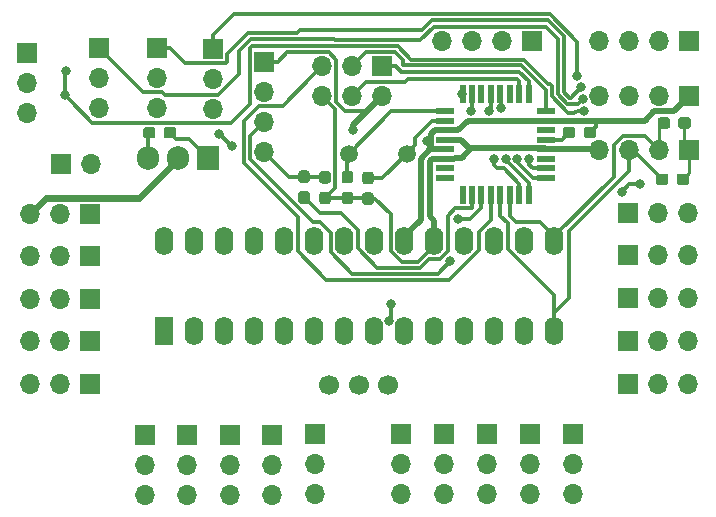
<source format=gbr>
G04 #@! TF.GenerationSoftware,KiCad,Pcbnew,5.0.1*
G04 #@! TF.CreationDate,2018-12-10T22:32:32+01:00*
G04 #@! TF.ProjectId,tamtam_board,74616D74616D5F626F6172642E6B6963,rev?*
G04 #@! TF.SameCoordinates,Original*
G04 #@! TF.FileFunction,Copper,L2,Bot,Signal*
G04 #@! TF.FilePolarity,Positive*
%FSLAX46Y46*%
G04 Gerber Fmt 4.6, Leading zero omitted, Abs format (unit mm)*
G04 Created by KiCad (PCBNEW 5.0.1) date dilluns, 10 de desembre de 2018, 22:32:32 CET*
%MOMM*%
%LPD*%
G01*
G04 APERTURE LIST*
G04 #@! TA.AperFunction,ComponentPad*
%ADD10O,1.700000X1.700000*%
G04 #@! TD*
G04 #@! TA.AperFunction,ComponentPad*
%ADD11R,1.700000X1.700000*%
G04 #@! TD*
G04 #@! TA.AperFunction,SMDPad,CuDef*
%ADD12R,1.600000X0.550000*%
G04 #@! TD*
G04 #@! TA.AperFunction,SMDPad,CuDef*
%ADD13R,0.550000X1.600000*%
G04 #@! TD*
G04 #@! TA.AperFunction,Conductor*
%ADD14C,0.100000*%
G04 #@! TD*
G04 #@! TA.AperFunction,SMDPad,CuDef*
%ADD15C,0.950000*%
G04 #@! TD*
G04 #@! TA.AperFunction,ComponentPad*
%ADD16R,1.905000X2.000000*%
G04 #@! TD*
G04 #@! TA.AperFunction,ComponentPad*
%ADD17O,1.905000X2.000000*%
G04 #@! TD*
G04 #@! TA.AperFunction,ComponentPad*
%ADD18R,1.600000X2.400000*%
G04 #@! TD*
G04 #@! TA.AperFunction,ComponentPad*
%ADD19O,1.600000X2.400000*%
G04 #@! TD*
G04 #@! TA.AperFunction,ComponentPad*
%ADD20C,1.700000*%
G04 #@! TD*
G04 #@! TA.AperFunction,ComponentPad*
%ADD21C,1.500000*%
G04 #@! TD*
G04 #@! TA.AperFunction,ViaPad*
%ADD22C,0.800000*%
G04 #@! TD*
G04 #@! TA.AperFunction,Conductor*
%ADD23C,0.300000*%
G04 #@! TD*
G04 #@! TA.AperFunction,Conductor*
%ADD24C,0.500000*%
G04 #@! TD*
G04 #@! TA.AperFunction,Conductor*
%ADD25C,0.250000*%
G04 #@! TD*
G04 #@! TA.AperFunction,Conductor*
%ADD26C,0.600000*%
G04 #@! TD*
G04 APERTURE END LIST*
D10*
G04 #@! TO.P,J33,4*
G04 #@! TO.N,GND*
X101460000Y-39120000D03*
G04 #@! TO.P,J33,3*
G04 #@! TO.N,SCL*
X104000000Y-39120000D03*
G04 #@! TO.P,J33,2*
G04 #@! TO.N,SDA*
X106540000Y-39120000D03*
D11*
G04 #@! TO.P,J33,1*
G04 #@! TO.N,+5V*
X109080000Y-39120000D03*
G04 #@! TD*
G04 #@! TO.P,J34,1*
G04 #@! TO.N,+5V*
X109050000Y-29880000D03*
D10*
G04 #@! TO.P,J34,2*
G04 #@! TO.N,SDA*
X106510000Y-29880000D03*
G04 #@! TO.P,J34,3*
G04 #@! TO.N,SCL*
X103970000Y-29880000D03*
G04 #@! TO.P,J34,4*
G04 #@! TO.N,GND*
X101430000Y-29880000D03*
G04 #@! TD*
G04 #@! TO.P,J35,4*
G04 #@! TO.N,GND*
X101460000Y-34500000D03*
G04 #@! TO.P,J35,3*
G04 #@! TO.N,SCL*
X104000000Y-34500000D03*
G04 #@! TO.P,J35,2*
G04 #@! TO.N,SDA*
X106540000Y-34500000D03*
D11*
G04 #@! TO.P,J35,1*
G04 #@! TO.N,+5V*
X109080000Y-34500000D03*
G04 #@! TD*
D12*
G04 #@! TO.P,U1,1*
G04 #@! TO.N,Net-(U1-Pad1)*
X88430000Y-41420000D03*
G04 #@! TO.P,U1,2*
G04 #@! TO.N,Net-(U1-Pad2)*
X88430000Y-40620000D03*
G04 #@! TO.P,U1,3*
G04 #@! TO.N,GND*
X88430000Y-39820000D03*
G04 #@! TO.P,U1,4*
G04 #@! TO.N,+5V*
X88430000Y-39020000D03*
G04 #@! TO.P,U1,5*
G04 #@! TO.N,GND*
X88430000Y-38220000D03*
G04 #@! TO.P,U1,6*
G04 #@! TO.N,+5V*
X88430000Y-37420000D03*
G04 #@! TO.P,U1,7*
G04 #@! TO.N,Net-(C3-Pad2)*
X88430000Y-36620000D03*
G04 #@! TO.P,U1,8*
G04 #@! TO.N,Net-(C4-Pad2)*
X88430000Y-35820000D03*
D13*
G04 #@! TO.P,U1,9*
G04 #@! TO.N,eyes_RED*
X89880000Y-34370000D03*
G04 #@! TO.P,U1,10*
G04 #@! TO.N,eyes_GREEN*
X90680000Y-34370000D03*
G04 #@! TO.P,U1,11*
G04 #@! TO.N,Net-(U1-Pad11)*
X91480000Y-34370000D03*
G04 #@! TO.P,U1,12*
G04 #@! TO.N,servos_ON*
X92280000Y-34370000D03*
G04 #@! TO.P,U1,13*
G04 #@! TO.N,eyes_BLUE*
X93080000Y-34370000D03*
G04 #@! TO.P,U1,14*
G04 #@! TO.N,Net-(U1-Pad14)*
X93880000Y-34370000D03*
G04 #@! TO.P,U1,15*
G04 #@! TO.N,MOSI*
X94680000Y-34370000D03*
G04 #@! TO.P,U1,16*
G04 #@! TO.N,MISO*
X95480000Y-34370000D03*
D12*
G04 #@! TO.P,U1,17*
G04 #@! TO.N,SCK*
X96930000Y-35820000D03*
G04 #@! TO.P,U1,18*
G04 #@! TO.N,+5V*
X96930000Y-36620000D03*
G04 #@! TO.P,U1,19*
G04 #@! TO.N,Net-(U1-Pad19)*
X96930000Y-37420000D03*
G04 #@! TO.P,U1,20*
G04 #@! TO.N,Net-(C2-Pad1)*
X96930000Y-38220000D03*
G04 #@! TO.P,U1,21*
G04 #@! TO.N,GND*
X96930000Y-39020000D03*
G04 #@! TO.P,U1,22*
G04 #@! TO.N,Net-(U1-Pad22)*
X96930000Y-39820000D03*
G04 #@! TO.P,U1,23*
G04 #@! TO.N,LVL_LIPO*
X96930000Y-40620000D03*
G04 #@! TO.P,U1,24*
G04 #@! TO.N,ADC1*
X96930000Y-41420000D03*
D13*
G04 #@! TO.P,U1,25*
G04 #@! TO.N,ADC2*
X95480000Y-42870000D03*
G04 #@! TO.P,U1,26*
G04 #@! TO.N,ADC3*
X94680000Y-42870000D03*
G04 #@! TO.P,U1,27*
G04 #@! TO.N,SDA*
X93880000Y-42870000D03*
G04 #@! TO.P,U1,28*
G04 #@! TO.N,SCL*
X93080000Y-42870000D03*
G04 #@! TO.P,U1,29*
G04 #@! TO.N,RST*
X92280000Y-42870000D03*
G04 #@! TO.P,U1,30*
G04 #@! TO.N,RX*
X91480000Y-42870000D03*
G04 #@! TO.P,U1,31*
G04 #@! TO.N,TX*
X90680000Y-42870000D03*
G04 #@! TO.P,U1,32*
G04 #@! TO.N,Net-(U1-Pad32)*
X89880000Y-42870000D03*
G04 #@! TD*
D14*
G04 #@! TO.N,+5V*
G04 #@! TO.C,C2*
G36*
X100965779Y-37126144D02*
X100988834Y-37129563D01*
X101011443Y-37135227D01*
X101033387Y-37143079D01*
X101054457Y-37153044D01*
X101074448Y-37165026D01*
X101093168Y-37178910D01*
X101110438Y-37194562D01*
X101126090Y-37211832D01*
X101139974Y-37230552D01*
X101151956Y-37250543D01*
X101161921Y-37271613D01*
X101169773Y-37293557D01*
X101175437Y-37316166D01*
X101178856Y-37339221D01*
X101180000Y-37362500D01*
X101180000Y-37837500D01*
X101178856Y-37860779D01*
X101175437Y-37883834D01*
X101169773Y-37906443D01*
X101161921Y-37928387D01*
X101151956Y-37949457D01*
X101139974Y-37969448D01*
X101126090Y-37988168D01*
X101110438Y-38005438D01*
X101093168Y-38021090D01*
X101074448Y-38034974D01*
X101054457Y-38046956D01*
X101033387Y-38056921D01*
X101011443Y-38064773D01*
X100988834Y-38070437D01*
X100965779Y-38073856D01*
X100942500Y-38075000D01*
X100367500Y-38075000D01*
X100344221Y-38073856D01*
X100321166Y-38070437D01*
X100298557Y-38064773D01*
X100276613Y-38056921D01*
X100255543Y-38046956D01*
X100235552Y-38034974D01*
X100216832Y-38021090D01*
X100199562Y-38005438D01*
X100183910Y-37988168D01*
X100170026Y-37969448D01*
X100158044Y-37949457D01*
X100148079Y-37928387D01*
X100140227Y-37906443D01*
X100134563Y-37883834D01*
X100131144Y-37860779D01*
X100130000Y-37837500D01*
X100130000Y-37362500D01*
X100131144Y-37339221D01*
X100134563Y-37316166D01*
X100140227Y-37293557D01*
X100148079Y-37271613D01*
X100158044Y-37250543D01*
X100170026Y-37230552D01*
X100183910Y-37211832D01*
X100199562Y-37194562D01*
X100216832Y-37178910D01*
X100235552Y-37165026D01*
X100255543Y-37153044D01*
X100276613Y-37143079D01*
X100298557Y-37135227D01*
X100321166Y-37129563D01*
X100344221Y-37126144D01*
X100367500Y-37125000D01*
X100942500Y-37125000D01*
X100965779Y-37126144D01*
X100965779Y-37126144D01*
G37*
D15*
G04 #@! TD*
G04 #@! TO.P,C2,2*
G04 #@! TO.N,+5V*
X100655000Y-37600000D03*
D14*
G04 #@! TO.N,Net-(C2-Pad1)*
G04 #@! TO.C,C2*
G36*
X99215779Y-37126144D02*
X99238834Y-37129563D01*
X99261443Y-37135227D01*
X99283387Y-37143079D01*
X99304457Y-37153044D01*
X99324448Y-37165026D01*
X99343168Y-37178910D01*
X99360438Y-37194562D01*
X99376090Y-37211832D01*
X99389974Y-37230552D01*
X99401956Y-37250543D01*
X99411921Y-37271613D01*
X99419773Y-37293557D01*
X99425437Y-37316166D01*
X99428856Y-37339221D01*
X99430000Y-37362500D01*
X99430000Y-37837500D01*
X99428856Y-37860779D01*
X99425437Y-37883834D01*
X99419773Y-37906443D01*
X99411921Y-37928387D01*
X99401956Y-37949457D01*
X99389974Y-37969448D01*
X99376090Y-37988168D01*
X99360438Y-38005438D01*
X99343168Y-38021090D01*
X99324448Y-38034974D01*
X99304457Y-38046956D01*
X99283387Y-38056921D01*
X99261443Y-38064773D01*
X99238834Y-38070437D01*
X99215779Y-38073856D01*
X99192500Y-38075000D01*
X98617500Y-38075000D01*
X98594221Y-38073856D01*
X98571166Y-38070437D01*
X98548557Y-38064773D01*
X98526613Y-38056921D01*
X98505543Y-38046956D01*
X98485552Y-38034974D01*
X98466832Y-38021090D01*
X98449562Y-38005438D01*
X98433910Y-37988168D01*
X98420026Y-37969448D01*
X98408044Y-37949457D01*
X98398079Y-37928387D01*
X98390227Y-37906443D01*
X98384563Y-37883834D01*
X98381144Y-37860779D01*
X98380000Y-37837500D01*
X98380000Y-37362500D01*
X98381144Y-37339221D01*
X98384563Y-37316166D01*
X98390227Y-37293557D01*
X98398079Y-37271613D01*
X98408044Y-37250543D01*
X98420026Y-37230552D01*
X98433910Y-37211832D01*
X98449562Y-37194562D01*
X98466832Y-37178910D01*
X98485552Y-37165026D01*
X98505543Y-37153044D01*
X98526613Y-37143079D01*
X98548557Y-37135227D01*
X98571166Y-37129563D01*
X98594221Y-37126144D01*
X98617500Y-37125000D01*
X99192500Y-37125000D01*
X99215779Y-37126144D01*
X99215779Y-37126144D01*
G37*
D15*
G04 #@! TD*
G04 #@! TO.P,C2,1*
G04 #@! TO.N,Net-(C2-Pad1)*
X98905000Y-37600000D03*
D14*
G04 #@! TO.N,Net-(C3-Pad2)*
G04 #@! TO.C,C3*
G36*
X82130779Y-40931144D02*
X82153834Y-40934563D01*
X82176443Y-40940227D01*
X82198387Y-40948079D01*
X82219457Y-40958044D01*
X82239448Y-40970026D01*
X82258168Y-40983910D01*
X82275438Y-40999562D01*
X82291090Y-41016832D01*
X82304974Y-41035552D01*
X82316956Y-41055543D01*
X82326921Y-41076613D01*
X82334773Y-41098557D01*
X82340437Y-41121166D01*
X82343856Y-41144221D01*
X82345000Y-41167500D01*
X82345000Y-41742500D01*
X82343856Y-41765779D01*
X82340437Y-41788834D01*
X82334773Y-41811443D01*
X82326921Y-41833387D01*
X82316956Y-41854457D01*
X82304974Y-41874448D01*
X82291090Y-41893168D01*
X82275438Y-41910438D01*
X82258168Y-41926090D01*
X82239448Y-41939974D01*
X82219457Y-41951956D01*
X82198387Y-41961921D01*
X82176443Y-41969773D01*
X82153834Y-41975437D01*
X82130779Y-41978856D01*
X82107500Y-41980000D01*
X81632500Y-41980000D01*
X81609221Y-41978856D01*
X81586166Y-41975437D01*
X81563557Y-41969773D01*
X81541613Y-41961921D01*
X81520543Y-41951956D01*
X81500552Y-41939974D01*
X81481832Y-41926090D01*
X81464562Y-41910438D01*
X81448910Y-41893168D01*
X81435026Y-41874448D01*
X81423044Y-41854457D01*
X81413079Y-41833387D01*
X81405227Y-41811443D01*
X81399563Y-41788834D01*
X81396144Y-41765779D01*
X81395000Y-41742500D01*
X81395000Y-41167500D01*
X81396144Y-41144221D01*
X81399563Y-41121166D01*
X81405227Y-41098557D01*
X81413079Y-41076613D01*
X81423044Y-41055543D01*
X81435026Y-41035552D01*
X81448910Y-41016832D01*
X81464562Y-40999562D01*
X81481832Y-40983910D01*
X81500552Y-40970026D01*
X81520543Y-40958044D01*
X81541613Y-40948079D01*
X81563557Y-40940227D01*
X81586166Y-40934563D01*
X81609221Y-40931144D01*
X81632500Y-40930000D01*
X82107500Y-40930000D01*
X82130779Y-40931144D01*
X82130779Y-40931144D01*
G37*
D15*
G04 #@! TD*
G04 #@! TO.P,C3,2*
G04 #@! TO.N,Net-(C3-Pad2)*
X81870000Y-41455000D03*
D14*
G04 #@! TO.N,GND*
G04 #@! TO.C,C3*
G36*
X82130779Y-42681144D02*
X82153834Y-42684563D01*
X82176443Y-42690227D01*
X82198387Y-42698079D01*
X82219457Y-42708044D01*
X82239448Y-42720026D01*
X82258168Y-42733910D01*
X82275438Y-42749562D01*
X82291090Y-42766832D01*
X82304974Y-42785552D01*
X82316956Y-42805543D01*
X82326921Y-42826613D01*
X82334773Y-42848557D01*
X82340437Y-42871166D01*
X82343856Y-42894221D01*
X82345000Y-42917500D01*
X82345000Y-43492500D01*
X82343856Y-43515779D01*
X82340437Y-43538834D01*
X82334773Y-43561443D01*
X82326921Y-43583387D01*
X82316956Y-43604457D01*
X82304974Y-43624448D01*
X82291090Y-43643168D01*
X82275438Y-43660438D01*
X82258168Y-43676090D01*
X82239448Y-43689974D01*
X82219457Y-43701956D01*
X82198387Y-43711921D01*
X82176443Y-43719773D01*
X82153834Y-43725437D01*
X82130779Y-43728856D01*
X82107500Y-43730000D01*
X81632500Y-43730000D01*
X81609221Y-43728856D01*
X81586166Y-43725437D01*
X81563557Y-43719773D01*
X81541613Y-43711921D01*
X81520543Y-43701956D01*
X81500552Y-43689974D01*
X81481832Y-43676090D01*
X81464562Y-43660438D01*
X81448910Y-43643168D01*
X81435026Y-43624448D01*
X81423044Y-43604457D01*
X81413079Y-43583387D01*
X81405227Y-43561443D01*
X81399563Y-43538834D01*
X81396144Y-43515779D01*
X81395000Y-43492500D01*
X81395000Y-42917500D01*
X81396144Y-42894221D01*
X81399563Y-42871166D01*
X81405227Y-42848557D01*
X81413079Y-42826613D01*
X81423044Y-42805543D01*
X81435026Y-42785552D01*
X81448910Y-42766832D01*
X81464562Y-42749562D01*
X81481832Y-42733910D01*
X81500552Y-42720026D01*
X81520543Y-42708044D01*
X81541613Y-42698079D01*
X81563557Y-42690227D01*
X81586166Y-42684563D01*
X81609221Y-42681144D01*
X81632500Y-42680000D01*
X82107500Y-42680000D01*
X82130779Y-42681144D01*
X82130779Y-42681144D01*
G37*
D15*
G04 #@! TD*
G04 #@! TO.P,C3,1*
G04 #@! TO.N,GND*
X81870000Y-43205000D03*
D14*
G04 #@! TO.N,GND*
G04 #@! TO.C,C4*
G36*
X80390779Y-42626144D02*
X80413834Y-42629563D01*
X80436443Y-42635227D01*
X80458387Y-42643079D01*
X80479457Y-42653044D01*
X80499448Y-42665026D01*
X80518168Y-42678910D01*
X80535438Y-42694562D01*
X80551090Y-42711832D01*
X80564974Y-42730552D01*
X80576956Y-42750543D01*
X80586921Y-42771613D01*
X80594773Y-42793557D01*
X80600437Y-42816166D01*
X80603856Y-42839221D01*
X80605000Y-42862500D01*
X80605000Y-43437500D01*
X80603856Y-43460779D01*
X80600437Y-43483834D01*
X80594773Y-43506443D01*
X80586921Y-43528387D01*
X80576956Y-43549457D01*
X80564974Y-43569448D01*
X80551090Y-43588168D01*
X80535438Y-43605438D01*
X80518168Y-43621090D01*
X80499448Y-43634974D01*
X80479457Y-43646956D01*
X80458387Y-43656921D01*
X80436443Y-43664773D01*
X80413834Y-43670437D01*
X80390779Y-43673856D01*
X80367500Y-43675000D01*
X79892500Y-43675000D01*
X79869221Y-43673856D01*
X79846166Y-43670437D01*
X79823557Y-43664773D01*
X79801613Y-43656921D01*
X79780543Y-43646956D01*
X79760552Y-43634974D01*
X79741832Y-43621090D01*
X79724562Y-43605438D01*
X79708910Y-43588168D01*
X79695026Y-43569448D01*
X79683044Y-43549457D01*
X79673079Y-43528387D01*
X79665227Y-43506443D01*
X79659563Y-43483834D01*
X79656144Y-43460779D01*
X79655000Y-43437500D01*
X79655000Y-42862500D01*
X79656144Y-42839221D01*
X79659563Y-42816166D01*
X79665227Y-42793557D01*
X79673079Y-42771613D01*
X79683044Y-42750543D01*
X79695026Y-42730552D01*
X79708910Y-42711832D01*
X79724562Y-42694562D01*
X79741832Y-42678910D01*
X79760552Y-42665026D01*
X79780543Y-42653044D01*
X79801613Y-42643079D01*
X79823557Y-42635227D01*
X79846166Y-42629563D01*
X79869221Y-42626144D01*
X79892500Y-42625000D01*
X80367500Y-42625000D01*
X80390779Y-42626144D01*
X80390779Y-42626144D01*
G37*
D15*
G04 #@! TD*
G04 #@! TO.P,C4,1*
G04 #@! TO.N,GND*
X80130000Y-43150000D03*
D14*
G04 #@! TO.N,Net-(C4-Pad2)*
G04 #@! TO.C,C4*
G36*
X80390779Y-40876144D02*
X80413834Y-40879563D01*
X80436443Y-40885227D01*
X80458387Y-40893079D01*
X80479457Y-40903044D01*
X80499448Y-40915026D01*
X80518168Y-40928910D01*
X80535438Y-40944562D01*
X80551090Y-40961832D01*
X80564974Y-40980552D01*
X80576956Y-41000543D01*
X80586921Y-41021613D01*
X80594773Y-41043557D01*
X80600437Y-41066166D01*
X80603856Y-41089221D01*
X80605000Y-41112500D01*
X80605000Y-41687500D01*
X80603856Y-41710779D01*
X80600437Y-41733834D01*
X80594773Y-41756443D01*
X80586921Y-41778387D01*
X80576956Y-41799457D01*
X80564974Y-41819448D01*
X80551090Y-41838168D01*
X80535438Y-41855438D01*
X80518168Y-41871090D01*
X80499448Y-41884974D01*
X80479457Y-41896956D01*
X80458387Y-41906921D01*
X80436443Y-41914773D01*
X80413834Y-41920437D01*
X80390779Y-41923856D01*
X80367500Y-41925000D01*
X79892500Y-41925000D01*
X79869221Y-41923856D01*
X79846166Y-41920437D01*
X79823557Y-41914773D01*
X79801613Y-41906921D01*
X79780543Y-41896956D01*
X79760552Y-41884974D01*
X79741832Y-41871090D01*
X79724562Y-41855438D01*
X79708910Y-41838168D01*
X79695026Y-41819448D01*
X79683044Y-41799457D01*
X79673079Y-41778387D01*
X79665227Y-41756443D01*
X79659563Y-41733834D01*
X79656144Y-41710779D01*
X79655000Y-41687500D01*
X79655000Y-41112500D01*
X79656144Y-41089221D01*
X79659563Y-41066166D01*
X79665227Y-41043557D01*
X79673079Y-41021613D01*
X79683044Y-41000543D01*
X79695026Y-40980552D01*
X79708910Y-40961832D01*
X79724562Y-40944562D01*
X79741832Y-40928910D01*
X79760552Y-40915026D01*
X79780543Y-40903044D01*
X79801613Y-40893079D01*
X79823557Y-40885227D01*
X79846166Y-40879563D01*
X79869221Y-40876144D01*
X79892500Y-40875000D01*
X80367500Y-40875000D01*
X80390779Y-40876144D01*
X80390779Y-40876144D01*
G37*
D15*
G04 #@! TD*
G04 #@! TO.P,C4,2*
G04 #@! TO.N,Net-(C4-Pad2)*
X80130000Y-41400000D03*
D11*
G04 #@! TO.P,J1,1*
G04 #@! TO.N,MISO*
X83070000Y-32010000D03*
D10*
G04 #@! TO.P,J1,2*
G04 #@! TO.N,+5V*
X83070000Y-34550000D03*
G04 #@! TO.P,J1,3*
G04 #@! TO.N,SCK*
X80530000Y-32010000D03*
G04 #@! TO.P,J1,4*
G04 #@! TO.N,MOSI*
X80530000Y-34550000D03*
G04 #@! TO.P,J1,5*
G04 #@! TO.N,RST*
X77990000Y-32010000D03*
G04 #@! TO.P,J1,6*
G04 #@! TO.N,GND*
X77990000Y-34550000D03*
G04 #@! TD*
G04 #@! TO.P,J6,3*
G04 #@! TO.N,servos_GND*
X53247742Y-44481954D03*
G04 #@! TO.P,J6,2*
G04 #@! TO.N,+6V*
X55787742Y-44481954D03*
D11*
G04 #@! TO.P,J6,1*
G04 #@! TO.N,SERVO0*
X58327742Y-44481954D03*
G04 #@! TD*
G04 #@! TO.P,J7,1*
G04 #@! TO.N,SERVO4*
X58327742Y-58881954D03*
D10*
G04 #@! TO.P,J7,2*
G04 #@! TO.N,+6V*
X55787742Y-58881954D03*
G04 #@! TO.P,J7,3*
G04 #@! TO.N,servos_GND*
X53247742Y-58881954D03*
G04 #@! TD*
D11*
G04 #@! TO.P,J8,1*
G04 #@! TO.N,SERVO8*
X73770000Y-63190000D03*
D10*
G04 #@! TO.P,J8,2*
G04 #@! TO.N,+6V*
X73770000Y-65730000D03*
G04 #@! TO.P,J8,3*
G04 #@! TO.N,servos_GND*
X73770000Y-68270000D03*
G04 #@! TD*
D11*
G04 #@! TO.P,J9,1*
G04 #@! TO.N,SERVO12*
X91930000Y-63130000D03*
D10*
G04 #@! TO.P,J9,2*
G04 #@! TO.N,+6V*
X91930000Y-65670000D03*
G04 #@! TO.P,J9,3*
G04 #@! TO.N,servos_GND*
X91930000Y-68210000D03*
G04 #@! TD*
D11*
G04 #@! TO.P,J10,1*
G04 #@! TO.N,SERVO16*
X103886000Y-55280000D03*
D10*
G04 #@! TO.P,J10,2*
G04 #@! TO.N,+6V*
X106426000Y-55280000D03*
G04 #@! TO.P,J10,3*
G04 #@! TO.N,servos_GND*
X108966000Y-55280000D03*
G04 #@! TD*
D11*
G04 #@! TO.P,J11,1*
G04 #@! TO.N,ADC1*
X59120000Y-30480000D03*
D10*
G04 #@! TO.P,J11,2*
G04 #@! TO.N,GND*
X59120000Y-33020000D03*
G04 #@! TO.P,J11,3*
G04 #@! TO.N,+5V*
X59120000Y-35560000D03*
G04 #@! TD*
G04 #@! TO.P,J12,3*
G04 #@! TO.N,+5V*
X63990000Y-35560000D03*
G04 #@! TO.P,J12,2*
G04 #@! TO.N,GND*
X63990000Y-33020000D03*
D11*
G04 #@! TO.P,J12,1*
G04 #@! TO.N,ADC2*
X63990000Y-30480000D03*
G04 #@! TD*
G04 #@! TO.P,J13,1*
G04 #@! TO.N,ADC3*
X68760000Y-30520000D03*
D10*
G04 #@! TO.P,J13,2*
G04 #@! TO.N,GND*
X68760000Y-33060000D03*
G04 #@! TO.P,J13,3*
G04 #@! TO.N,+5V*
X68760000Y-35600000D03*
G04 #@! TD*
G04 #@! TO.P,J14,3*
G04 #@! TO.N,servos_GND*
X53247742Y-48081954D03*
G04 #@! TO.P,J14,2*
G04 #@! TO.N,+6V*
X55787742Y-48081954D03*
D11*
G04 #@! TO.P,J14,1*
G04 #@! TO.N,SERVO1*
X58327742Y-48081954D03*
G04 #@! TD*
G04 #@! TO.P,J15,1*
G04 #@! TO.N,SERVO5*
X62990000Y-63190000D03*
D10*
G04 #@! TO.P,J15,2*
G04 #@! TO.N,+6V*
X62990000Y-65730000D03*
G04 #@! TO.P,J15,3*
G04 #@! TO.N,servos_GND*
X62990000Y-68270000D03*
G04 #@! TD*
G04 #@! TO.P,J16,3*
G04 #@! TO.N,servos_GND*
X77390000Y-68230000D03*
G04 #@! TO.P,J16,2*
G04 #@! TO.N,+6V*
X77390000Y-65690000D03*
D11*
G04 #@! TO.P,J16,1*
G04 #@! TO.N,SERVO9*
X77390000Y-63150000D03*
G04 #@! TD*
D10*
G04 #@! TO.P,J17,3*
G04 #@! TO.N,servos_GND*
X95560000Y-68210000D03*
G04 #@! TO.P,J17,2*
G04 #@! TO.N,+6V*
X95560000Y-65670000D03*
D11*
G04 #@! TO.P,J17,1*
G04 #@! TO.N,SERVO13*
X95560000Y-63130000D03*
G04 #@! TD*
D10*
G04 #@! TO.P,J18,3*
G04 #@! TO.N,servos_GND*
X108970000Y-51650000D03*
G04 #@! TO.P,J18,2*
G04 #@! TO.N,+6V*
X106430000Y-51650000D03*
D11*
G04 #@! TO.P,J18,1*
G04 #@! TO.N,SERVO17*
X103890000Y-51650000D03*
G04 #@! TD*
D10*
G04 #@! TO.P,J19,4*
G04 #@! TO.N,Net-(J19-Pad4)*
X73070000Y-39230000D03*
G04 #@! TO.P,J19,3*
G04 #@! TO.N,RX*
X73070000Y-36690000D03*
G04 #@! TO.P,J19,2*
G04 #@! TO.N,GND*
X73070000Y-34150000D03*
D11*
G04 #@! TO.P,J19,1*
G04 #@! TO.N,+5V*
X73070000Y-31610000D03*
G04 #@! TD*
G04 #@! TO.P,J22,1*
G04 #@! TO.N,SERVO2*
X58327742Y-51681954D03*
D10*
G04 #@! TO.P,J22,2*
G04 #@! TO.N,+6V*
X55787742Y-51681954D03*
G04 #@! TO.P,J22,3*
G04 #@! TO.N,servos_GND*
X53247742Y-51681954D03*
G04 #@! TD*
D11*
G04 #@! TO.P,J23,1*
G04 #@! TO.N,SERVO6*
X66590000Y-63190000D03*
D10*
G04 #@! TO.P,J23,2*
G04 #@! TO.N,+6V*
X66590000Y-65730000D03*
G04 #@! TO.P,J23,3*
G04 #@! TO.N,servos_GND*
X66590000Y-68270000D03*
G04 #@! TD*
D11*
G04 #@! TO.P,J24,1*
G04 #@! TO.N,SERVO10*
X84680000Y-63130000D03*
D10*
G04 #@! TO.P,J24,2*
G04 #@! TO.N,+6V*
X84680000Y-65670000D03*
G04 #@! TO.P,J24,3*
G04 #@! TO.N,servos_GND*
X84680000Y-68210000D03*
G04 #@! TD*
G04 #@! TO.P,J25,3*
G04 #@! TO.N,servos_GND*
X99220000Y-68230000D03*
G04 #@! TO.P,J25,2*
G04 #@! TO.N,+6V*
X99220000Y-65690000D03*
D11*
G04 #@! TO.P,J25,1*
G04 #@! TO.N,SERVO14*
X99220000Y-63150000D03*
G04 #@! TD*
G04 #@! TO.P,J26,1*
G04 #@! TO.N,SERVO18*
X103890000Y-48010000D03*
D10*
G04 #@! TO.P,J26,2*
G04 #@! TO.N,+6V*
X106430000Y-48010000D03*
G04 #@! TO.P,J26,3*
G04 #@! TO.N,servos_GND*
X108970000Y-48010000D03*
G04 #@! TD*
D11*
G04 #@! TO.P,J27,1*
G04 #@! TO.N,eyes_BLUE*
X95790000Y-29860000D03*
D10*
G04 #@! TO.P,J27,2*
G04 #@! TO.N,eyes_GREEN*
X93250000Y-29860000D03*
G04 #@! TO.P,J27,3*
G04 #@! TO.N,eyes_RED*
X90710000Y-29860000D03*
G04 #@! TO.P,J27,4*
G04 #@! TO.N,GND*
X88170000Y-29860000D03*
G04 #@! TD*
D11*
G04 #@! TO.P,J28,1*
G04 #@! TO.N,SERVO3*
X58327742Y-55281954D03*
D10*
G04 #@! TO.P,J28,2*
G04 #@! TO.N,+6V*
X55787742Y-55281954D03*
G04 #@! TO.P,J28,3*
G04 #@! TO.N,servos_GND*
X53247742Y-55281954D03*
G04 #@! TD*
G04 #@! TO.P,J29,3*
G04 #@! TO.N,servos_GND*
X70190000Y-68270000D03*
G04 #@! TO.P,J29,2*
G04 #@! TO.N,+6V*
X70190000Y-65730000D03*
D11*
G04 #@! TO.P,J29,1*
G04 #@! TO.N,SERVO7*
X70190000Y-63190000D03*
G04 #@! TD*
D10*
G04 #@! TO.P,J30,3*
G04 #@! TO.N,servos_GND*
X88300000Y-68210000D03*
G04 #@! TO.P,J30,2*
G04 #@! TO.N,+6V*
X88300000Y-65670000D03*
D11*
G04 #@! TO.P,J30,1*
G04 #@! TO.N,SERVO11*
X88300000Y-63130000D03*
G04 #@! TD*
D10*
G04 #@! TO.P,J31,3*
G04 #@! TO.N,servos_GND*
X108966000Y-58928000D03*
G04 #@! TO.P,J31,2*
G04 #@! TO.N,+6V*
X106426000Y-58928000D03*
D11*
G04 #@! TO.P,J31,1*
G04 #@! TO.N,SERVO15*
X103886000Y-58928000D03*
G04 #@! TD*
D10*
G04 #@! TO.P,J32,3*
G04 #@! TO.N,servos_GND*
X108980000Y-44390000D03*
G04 #@! TO.P,J32,2*
G04 #@! TO.N,+6V*
X106440000Y-44390000D03*
D11*
G04 #@! TO.P,J32,1*
G04 #@! TO.N,SERVO19*
X103900000Y-44390000D03*
G04 #@! TD*
D16*
G04 #@! TO.P,Q1,1*
G04 #@! TO.N,servos_ON*
X68320000Y-39790000D03*
D17*
G04 #@! TO.P,Q1,2*
G04 #@! TO.N,servos_GND*
X65780000Y-39790000D03*
G04 #@! TO.P,Q1,3*
G04 #@! TO.N,GND*
X63240000Y-39790000D03*
G04 #@! TD*
D14*
G04 #@! TO.N,+5V*
G04 #@! TO.C,R1*
G36*
X108975779Y-36326144D02*
X108998834Y-36329563D01*
X109021443Y-36335227D01*
X109043387Y-36343079D01*
X109064457Y-36353044D01*
X109084448Y-36365026D01*
X109103168Y-36378910D01*
X109120438Y-36394562D01*
X109136090Y-36411832D01*
X109149974Y-36430552D01*
X109161956Y-36450543D01*
X109171921Y-36471613D01*
X109179773Y-36493557D01*
X109185437Y-36516166D01*
X109188856Y-36539221D01*
X109190000Y-36562500D01*
X109190000Y-37037500D01*
X109188856Y-37060779D01*
X109185437Y-37083834D01*
X109179773Y-37106443D01*
X109171921Y-37128387D01*
X109161956Y-37149457D01*
X109149974Y-37169448D01*
X109136090Y-37188168D01*
X109120438Y-37205438D01*
X109103168Y-37221090D01*
X109084448Y-37234974D01*
X109064457Y-37246956D01*
X109043387Y-37256921D01*
X109021443Y-37264773D01*
X108998834Y-37270437D01*
X108975779Y-37273856D01*
X108952500Y-37275000D01*
X108377500Y-37275000D01*
X108354221Y-37273856D01*
X108331166Y-37270437D01*
X108308557Y-37264773D01*
X108286613Y-37256921D01*
X108265543Y-37246956D01*
X108245552Y-37234974D01*
X108226832Y-37221090D01*
X108209562Y-37205438D01*
X108193910Y-37188168D01*
X108180026Y-37169448D01*
X108168044Y-37149457D01*
X108158079Y-37128387D01*
X108150227Y-37106443D01*
X108144563Y-37083834D01*
X108141144Y-37060779D01*
X108140000Y-37037500D01*
X108140000Y-36562500D01*
X108141144Y-36539221D01*
X108144563Y-36516166D01*
X108150227Y-36493557D01*
X108158079Y-36471613D01*
X108168044Y-36450543D01*
X108180026Y-36430552D01*
X108193910Y-36411832D01*
X108209562Y-36394562D01*
X108226832Y-36378910D01*
X108245552Y-36365026D01*
X108265543Y-36353044D01*
X108286613Y-36343079D01*
X108308557Y-36335227D01*
X108331166Y-36329563D01*
X108354221Y-36326144D01*
X108377500Y-36325000D01*
X108952500Y-36325000D01*
X108975779Y-36326144D01*
X108975779Y-36326144D01*
G37*
D15*
G04 #@! TD*
G04 #@! TO.P,R1,1*
G04 #@! TO.N,+5V*
X108665000Y-36800000D03*
D14*
G04 #@! TO.N,SDA*
G04 #@! TO.C,R1*
G36*
X107225779Y-36326144D02*
X107248834Y-36329563D01*
X107271443Y-36335227D01*
X107293387Y-36343079D01*
X107314457Y-36353044D01*
X107334448Y-36365026D01*
X107353168Y-36378910D01*
X107370438Y-36394562D01*
X107386090Y-36411832D01*
X107399974Y-36430552D01*
X107411956Y-36450543D01*
X107421921Y-36471613D01*
X107429773Y-36493557D01*
X107435437Y-36516166D01*
X107438856Y-36539221D01*
X107440000Y-36562500D01*
X107440000Y-37037500D01*
X107438856Y-37060779D01*
X107435437Y-37083834D01*
X107429773Y-37106443D01*
X107421921Y-37128387D01*
X107411956Y-37149457D01*
X107399974Y-37169448D01*
X107386090Y-37188168D01*
X107370438Y-37205438D01*
X107353168Y-37221090D01*
X107334448Y-37234974D01*
X107314457Y-37246956D01*
X107293387Y-37256921D01*
X107271443Y-37264773D01*
X107248834Y-37270437D01*
X107225779Y-37273856D01*
X107202500Y-37275000D01*
X106627500Y-37275000D01*
X106604221Y-37273856D01*
X106581166Y-37270437D01*
X106558557Y-37264773D01*
X106536613Y-37256921D01*
X106515543Y-37246956D01*
X106495552Y-37234974D01*
X106476832Y-37221090D01*
X106459562Y-37205438D01*
X106443910Y-37188168D01*
X106430026Y-37169448D01*
X106418044Y-37149457D01*
X106408079Y-37128387D01*
X106400227Y-37106443D01*
X106394563Y-37083834D01*
X106391144Y-37060779D01*
X106390000Y-37037500D01*
X106390000Y-36562500D01*
X106391144Y-36539221D01*
X106394563Y-36516166D01*
X106400227Y-36493557D01*
X106408079Y-36471613D01*
X106418044Y-36450543D01*
X106430026Y-36430552D01*
X106443910Y-36411832D01*
X106459562Y-36394562D01*
X106476832Y-36378910D01*
X106495552Y-36365026D01*
X106515543Y-36353044D01*
X106536613Y-36343079D01*
X106558557Y-36335227D01*
X106581166Y-36329563D01*
X106604221Y-36326144D01*
X106627500Y-36325000D01*
X107202500Y-36325000D01*
X107225779Y-36326144D01*
X107225779Y-36326144D01*
G37*
D15*
G04 #@! TD*
G04 #@! TO.P,R1,2*
G04 #@! TO.N,SDA*
X106915000Y-36800000D03*
D14*
G04 #@! TO.N,SCL*
G04 #@! TO.C,R2*
G36*
X107085779Y-41086144D02*
X107108834Y-41089563D01*
X107131443Y-41095227D01*
X107153387Y-41103079D01*
X107174457Y-41113044D01*
X107194448Y-41125026D01*
X107213168Y-41138910D01*
X107230438Y-41154562D01*
X107246090Y-41171832D01*
X107259974Y-41190552D01*
X107271956Y-41210543D01*
X107281921Y-41231613D01*
X107289773Y-41253557D01*
X107295437Y-41276166D01*
X107298856Y-41299221D01*
X107300000Y-41322500D01*
X107300000Y-41797500D01*
X107298856Y-41820779D01*
X107295437Y-41843834D01*
X107289773Y-41866443D01*
X107281921Y-41888387D01*
X107271956Y-41909457D01*
X107259974Y-41929448D01*
X107246090Y-41948168D01*
X107230438Y-41965438D01*
X107213168Y-41981090D01*
X107194448Y-41994974D01*
X107174457Y-42006956D01*
X107153387Y-42016921D01*
X107131443Y-42024773D01*
X107108834Y-42030437D01*
X107085779Y-42033856D01*
X107062500Y-42035000D01*
X106487500Y-42035000D01*
X106464221Y-42033856D01*
X106441166Y-42030437D01*
X106418557Y-42024773D01*
X106396613Y-42016921D01*
X106375543Y-42006956D01*
X106355552Y-41994974D01*
X106336832Y-41981090D01*
X106319562Y-41965438D01*
X106303910Y-41948168D01*
X106290026Y-41929448D01*
X106278044Y-41909457D01*
X106268079Y-41888387D01*
X106260227Y-41866443D01*
X106254563Y-41843834D01*
X106251144Y-41820779D01*
X106250000Y-41797500D01*
X106250000Y-41322500D01*
X106251144Y-41299221D01*
X106254563Y-41276166D01*
X106260227Y-41253557D01*
X106268079Y-41231613D01*
X106278044Y-41210543D01*
X106290026Y-41190552D01*
X106303910Y-41171832D01*
X106319562Y-41154562D01*
X106336832Y-41138910D01*
X106355552Y-41125026D01*
X106375543Y-41113044D01*
X106396613Y-41103079D01*
X106418557Y-41095227D01*
X106441166Y-41089563D01*
X106464221Y-41086144D01*
X106487500Y-41085000D01*
X107062500Y-41085000D01*
X107085779Y-41086144D01*
X107085779Y-41086144D01*
G37*
D15*
G04 #@! TD*
G04 #@! TO.P,R2,2*
G04 #@! TO.N,SCL*
X106775000Y-41560000D03*
D14*
G04 #@! TO.N,+5V*
G04 #@! TO.C,R2*
G36*
X108835779Y-41086144D02*
X108858834Y-41089563D01*
X108881443Y-41095227D01*
X108903387Y-41103079D01*
X108924457Y-41113044D01*
X108944448Y-41125026D01*
X108963168Y-41138910D01*
X108980438Y-41154562D01*
X108996090Y-41171832D01*
X109009974Y-41190552D01*
X109021956Y-41210543D01*
X109031921Y-41231613D01*
X109039773Y-41253557D01*
X109045437Y-41276166D01*
X109048856Y-41299221D01*
X109050000Y-41322500D01*
X109050000Y-41797500D01*
X109048856Y-41820779D01*
X109045437Y-41843834D01*
X109039773Y-41866443D01*
X109031921Y-41888387D01*
X109021956Y-41909457D01*
X109009974Y-41929448D01*
X108996090Y-41948168D01*
X108980438Y-41965438D01*
X108963168Y-41981090D01*
X108944448Y-41994974D01*
X108924457Y-42006956D01*
X108903387Y-42016921D01*
X108881443Y-42024773D01*
X108858834Y-42030437D01*
X108835779Y-42033856D01*
X108812500Y-42035000D01*
X108237500Y-42035000D01*
X108214221Y-42033856D01*
X108191166Y-42030437D01*
X108168557Y-42024773D01*
X108146613Y-42016921D01*
X108125543Y-42006956D01*
X108105552Y-41994974D01*
X108086832Y-41981090D01*
X108069562Y-41965438D01*
X108053910Y-41948168D01*
X108040026Y-41929448D01*
X108028044Y-41909457D01*
X108018079Y-41888387D01*
X108010227Y-41866443D01*
X108004563Y-41843834D01*
X108001144Y-41820779D01*
X108000000Y-41797500D01*
X108000000Y-41322500D01*
X108001144Y-41299221D01*
X108004563Y-41276166D01*
X108010227Y-41253557D01*
X108018079Y-41231613D01*
X108028044Y-41210543D01*
X108040026Y-41190552D01*
X108053910Y-41171832D01*
X108069562Y-41154562D01*
X108086832Y-41138910D01*
X108105552Y-41125026D01*
X108125543Y-41113044D01*
X108146613Y-41103079D01*
X108168557Y-41095227D01*
X108191166Y-41089563D01*
X108214221Y-41086144D01*
X108237500Y-41085000D01*
X108812500Y-41085000D01*
X108835779Y-41086144D01*
X108835779Y-41086144D01*
G37*
D15*
G04 #@! TD*
G04 #@! TO.P,R2,1*
G04 #@! TO.N,+5V*
X108525000Y-41560000D03*
D14*
G04 #@! TO.N,servos_ON*
G04 #@! TO.C,R3*
G36*
X65410779Y-37156144D02*
X65433834Y-37159563D01*
X65456443Y-37165227D01*
X65478387Y-37173079D01*
X65499457Y-37183044D01*
X65519448Y-37195026D01*
X65538168Y-37208910D01*
X65555438Y-37224562D01*
X65571090Y-37241832D01*
X65584974Y-37260552D01*
X65596956Y-37280543D01*
X65606921Y-37301613D01*
X65614773Y-37323557D01*
X65620437Y-37346166D01*
X65623856Y-37369221D01*
X65625000Y-37392500D01*
X65625000Y-37867500D01*
X65623856Y-37890779D01*
X65620437Y-37913834D01*
X65614773Y-37936443D01*
X65606921Y-37958387D01*
X65596956Y-37979457D01*
X65584974Y-37999448D01*
X65571090Y-38018168D01*
X65555438Y-38035438D01*
X65538168Y-38051090D01*
X65519448Y-38064974D01*
X65499457Y-38076956D01*
X65478387Y-38086921D01*
X65456443Y-38094773D01*
X65433834Y-38100437D01*
X65410779Y-38103856D01*
X65387500Y-38105000D01*
X64812500Y-38105000D01*
X64789221Y-38103856D01*
X64766166Y-38100437D01*
X64743557Y-38094773D01*
X64721613Y-38086921D01*
X64700543Y-38076956D01*
X64680552Y-38064974D01*
X64661832Y-38051090D01*
X64644562Y-38035438D01*
X64628910Y-38018168D01*
X64615026Y-37999448D01*
X64603044Y-37979457D01*
X64593079Y-37958387D01*
X64585227Y-37936443D01*
X64579563Y-37913834D01*
X64576144Y-37890779D01*
X64575000Y-37867500D01*
X64575000Y-37392500D01*
X64576144Y-37369221D01*
X64579563Y-37346166D01*
X64585227Y-37323557D01*
X64593079Y-37301613D01*
X64603044Y-37280543D01*
X64615026Y-37260552D01*
X64628910Y-37241832D01*
X64644562Y-37224562D01*
X64661832Y-37208910D01*
X64680552Y-37195026D01*
X64700543Y-37183044D01*
X64721613Y-37173079D01*
X64743557Y-37165227D01*
X64766166Y-37159563D01*
X64789221Y-37156144D01*
X64812500Y-37155000D01*
X65387500Y-37155000D01*
X65410779Y-37156144D01*
X65410779Y-37156144D01*
G37*
D15*
G04 #@! TD*
G04 #@! TO.P,R3,1*
G04 #@! TO.N,servos_ON*
X65100000Y-37630000D03*
D14*
G04 #@! TO.N,GND*
G04 #@! TO.C,R3*
G36*
X63660779Y-37156144D02*
X63683834Y-37159563D01*
X63706443Y-37165227D01*
X63728387Y-37173079D01*
X63749457Y-37183044D01*
X63769448Y-37195026D01*
X63788168Y-37208910D01*
X63805438Y-37224562D01*
X63821090Y-37241832D01*
X63834974Y-37260552D01*
X63846956Y-37280543D01*
X63856921Y-37301613D01*
X63864773Y-37323557D01*
X63870437Y-37346166D01*
X63873856Y-37369221D01*
X63875000Y-37392500D01*
X63875000Y-37867500D01*
X63873856Y-37890779D01*
X63870437Y-37913834D01*
X63864773Y-37936443D01*
X63856921Y-37958387D01*
X63846956Y-37979457D01*
X63834974Y-37999448D01*
X63821090Y-38018168D01*
X63805438Y-38035438D01*
X63788168Y-38051090D01*
X63769448Y-38064974D01*
X63749457Y-38076956D01*
X63728387Y-38086921D01*
X63706443Y-38094773D01*
X63683834Y-38100437D01*
X63660779Y-38103856D01*
X63637500Y-38105000D01*
X63062500Y-38105000D01*
X63039221Y-38103856D01*
X63016166Y-38100437D01*
X62993557Y-38094773D01*
X62971613Y-38086921D01*
X62950543Y-38076956D01*
X62930552Y-38064974D01*
X62911832Y-38051090D01*
X62894562Y-38035438D01*
X62878910Y-38018168D01*
X62865026Y-37999448D01*
X62853044Y-37979457D01*
X62843079Y-37958387D01*
X62835227Y-37936443D01*
X62829563Y-37913834D01*
X62826144Y-37890779D01*
X62825000Y-37867500D01*
X62825000Y-37392500D01*
X62826144Y-37369221D01*
X62829563Y-37346166D01*
X62835227Y-37323557D01*
X62843079Y-37301613D01*
X62853044Y-37280543D01*
X62865026Y-37260552D01*
X62878910Y-37241832D01*
X62894562Y-37224562D01*
X62911832Y-37208910D01*
X62930552Y-37195026D01*
X62950543Y-37183044D01*
X62971613Y-37173079D01*
X62993557Y-37165227D01*
X63016166Y-37159563D01*
X63039221Y-37156144D01*
X63062500Y-37155000D01*
X63637500Y-37155000D01*
X63660779Y-37156144D01*
X63660779Y-37156144D01*
G37*
D15*
G04 #@! TD*
G04 #@! TO.P,R3,2*
G04 #@! TO.N,GND*
X63350000Y-37630000D03*
D14*
G04 #@! TO.N,TX*
G04 #@! TO.C,R6*
G36*
X76714779Y-42576144D02*
X76737834Y-42579563D01*
X76760443Y-42585227D01*
X76782387Y-42593079D01*
X76803457Y-42603044D01*
X76823448Y-42615026D01*
X76842168Y-42628910D01*
X76859438Y-42644562D01*
X76875090Y-42661832D01*
X76888974Y-42680552D01*
X76900956Y-42700543D01*
X76910921Y-42721613D01*
X76918773Y-42743557D01*
X76924437Y-42766166D01*
X76927856Y-42789221D01*
X76929000Y-42812500D01*
X76929000Y-43387500D01*
X76927856Y-43410779D01*
X76924437Y-43433834D01*
X76918773Y-43456443D01*
X76910921Y-43478387D01*
X76900956Y-43499457D01*
X76888974Y-43519448D01*
X76875090Y-43538168D01*
X76859438Y-43555438D01*
X76842168Y-43571090D01*
X76823448Y-43584974D01*
X76803457Y-43596956D01*
X76782387Y-43606921D01*
X76760443Y-43614773D01*
X76737834Y-43620437D01*
X76714779Y-43623856D01*
X76691500Y-43625000D01*
X76216500Y-43625000D01*
X76193221Y-43623856D01*
X76170166Y-43620437D01*
X76147557Y-43614773D01*
X76125613Y-43606921D01*
X76104543Y-43596956D01*
X76084552Y-43584974D01*
X76065832Y-43571090D01*
X76048562Y-43555438D01*
X76032910Y-43538168D01*
X76019026Y-43519448D01*
X76007044Y-43499457D01*
X75997079Y-43478387D01*
X75989227Y-43456443D01*
X75983563Y-43433834D01*
X75980144Y-43410779D01*
X75979000Y-43387500D01*
X75979000Y-42812500D01*
X75980144Y-42789221D01*
X75983563Y-42766166D01*
X75989227Y-42743557D01*
X75997079Y-42721613D01*
X76007044Y-42700543D01*
X76019026Y-42680552D01*
X76032910Y-42661832D01*
X76048562Y-42644562D01*
X76065832Y-42628910D01*
X76084552Y-42615026D01*
X76104543Y-42603044D01*
X76125613Y-42593079D01*
X76147557Y-42585227D01*
X76170166Y-42579563D01*
X76193221Y-42576144D01*
X76216500Y-42575000D01*
X76691500Y-42575000D01*
X76714779Y-42576144D01*
X76714779Y-42576144D01*
G37*
D15*
G04 #@! TD*
G04 #@! TO.P,R6,2*
G04 #@! TO.N,TX*
X76454000Y-43100000D03*
D14*
G04 #@! TO.N,Net-(J19-Pad4)*
G04 #@! TO.C,R6*
G36*
X76714779Y-40826144D02*
X76737834Y-40829563D01*
X76760443Y-40835227D01*
X76782387Y-40843079D01*
X76803457Y-40853044D01*
X76823448Y-40865026D01*
X76842168Y-40878910D01*
X76859438Y-40894562D01*
X76875090Y-40911832D01*
X76888974Y-40930552D01*
X76900956Y-40950543D01*
X76910921Y-40971613D01*
X76918773Y-40993557D01*
X76924437Y-41016166D01*
X76927856Y-41039221D01*
X76929000Y-41062500D01*
X76929000Y-41637500D01*
X76927856Y-41660779D01*
X76924437Y-41683834D01*
X76918773Y-41706443D01*
X76910921Y-41728387D01*
X76900956Y-41749457D01*
X76888974Y-41769448D01*
X76875090Y-41788168D01*
X76859438Y-41805438D01*
X76842168Y-41821090D01*
X76823448Y-41834974D01*
X76803457Y-41846956D01*
X76782387Y-41856921D01*
X76760443Y-41864773D01*
X76737834Y-41870437D01*
X76714779Y-41873856D01*
X76691500Y-41875000D01*
X76216500Y-41875000D01*
X76193221Y-41873856D01*
X76170166Y-41870437D01*
X76147557Y-41864773D01*
X76125613Y-41856921D01*
X76104543Y-41846956D01*
X76084552Y-41834974D01*
X76065832Y-41821090D01*
X76048562Y-41805438D01*
X76032910Y-41788168D01*
X76019026Y-41769448D01*
X76007044Y-41749457D01*
X75997079Y-41728387D01*
X75989227Y-41706443D01*
X75983563Y-41683834D01*
X75980144Y-41660779D01*
X75979000Y-41637500D01*
X75979000Y-41062500D01*
X75980144Y-41039221D01*
X75983563Y-41016166D01*
X75989227Y-40993557D01*
X75997079Y-40971613D01*
X76007044Y-40950543D01*
X76019026Y-40930552D01*
X76032910Y-40911832D01*
X76048562Y-40894562D01*
X76065832Y-40878910D01*
X76084552Y-40865026D01*
X76104543Y-40853044D01*
X76125613Y-40843079D01*
X76147557Y-40835227D01*
X76170166Y-40829563D01*
X76193221Y-40826144D01*
X76216500Y-40825000D01*
X76691500Y-40825000D01*
X76714779Y-40826144D01*
X76714779Y-40826144D01*
G37*
D15*
G04 #@! TD*
G04 #@! TO.P,R6,1*
G04 #@! TO.N,Net-(J19-Pad4)*
X76454000Y-41350000D03*
D14*
G04 #@! TO.N,GND*
G04 #@! TO.C,R7*
G36*
X78492779Y-42628144D02*
X78515834Y-42631563D01*
X78538443Y-42637227D01*
X78560387Y-42645079D01*
X78581457Y-42655044D01*
X78601448Y-42667026D01*
X78620168Y-42680910D01*
X78637438Y-42696562D01*
X78653090Y-42713832D01*
X78666974Y-42732552D01*
X78678956Y-42752543D01*
X78688921Y-42773613D01*
X78696773Y-42795557D01*
X78702437Y-42818166D01*
X78705856Y-42841221D01*
X78707000Y-42864500D01*
X78707000Y-43439500D01*
X78705856Y-43462779D01*
X78702437Y-43485834D01*
X78696773Y-43508443D01*
X78688921Y-43530387D01*
X78678956Y-43551457D01*
X78666974Y-43571448D01*
X78653090Y-43590168D01*
X78637438Y-43607438D01*
X78620168Y-43623090D01*
X78601448Y-43636974D01*
X78581457Y-43648956D01*
X78560387Y-43658921D01*
X78538443Y-43666773D01*
X78515834Y-43672437D01*
X78492779Y-43675856D01*
X78469500Y-43677000D01*
X77994500Y-43677000D01*
X77971221Y-43675856D01*
X77948166Y-43672437D01*
X77925557Y-43666773D01*
X77903613Y-43658921D01*
X77882543Y-43648956D01*
X77862552Y-43636974D01*
X77843832Y-43623090D01*
X77826562Y-43607438D01*
X77810910Y-43590168D01*
X77797026Y-43571448D01*
X77785044Y-43551457D01*
X77775079Y-43530387D01*
X77767227Y-43508443D01*
X77761563Y-43485834D01*
X77758144Y-43462779D01*
X77757000Y-43439500D01*
X77757000Y-42864500D01*
X77758144Y-42841221D01*
X77761563Y-42818166D01*
X77767227Y-42795557D01*
X77775079Y-42773613D01*
X77785044Y-42752543D01*
X77797026Y-42732552D01*
X77810910Y-42713832D01*
X77826562Y-42696562D01*
X77843832Y-42680910D01*
X77862552Y-42667026D01*
X77882543Y-42655044D01*
X77903613Y-42645079D01*
X77925557Y-42637227D01*
X77948166Y-42631563D01*
X77971221Y-42628144D01*
X77994500Y-42627000D01*
X78469500Y-42627000D01*
X78492779Y-42628144D01*
X78492779Y-42628144D01*
G37*
D15*
G04 #@! TD*
G04 #@! TO.P,R7,2*
G04 #@! TO.N,GND*
X78232000Y-43152000D03*
D14*
G04 #@! TO.N,Net-(J19-Pad4)*
G04 #@! TO.C,R7*
G36*
X78492779Y-40878144D02*
X78515834Y-40881563D01*
X78538443Y-40887227D01*
X78560387Y-40895079D01*
X78581457Y-40905044D01*
X78601448Y-40917026D01*
X78620168Y-40930910D01*
X78637438Y-40946562D01*
X78653090Y-40963832D01*
X78666974Y-40982552D01*
X78678956Y-41002543D01*
X78688921Y-41023613D01*
X78696773Y-41045557D01*
X78702437Y-41068166D01*
X78705856Y-41091221D01*
X78707000Y-41114500D01*
X78707000Y-41689500D01*
X78705856Y-41712779D01*
X78702437Y-41735834D01*
X78696773Y-41758443D01*
X78688921Y-41780387D01*
X78678956Y-41801457D01*
X78666974Y-41821448D01*
X78653090Y-41840168D01*
X78637438Y-41857438D01*
X78620168Y-41873090D01*
X78601448Y-41886974D01*
X78581457Y-41898956D01*
X78560387Y-41908921D01*
X78538443Y-41916773D01*
X78515834Y-41922437D01*
X78492779Y-41925856D01*
X78469500Y-41927000D01*
X77994500Y-41927000D01*
X77971221Y-41925856D01*
X77948166Y-41922437D01*
X77925557Y-41916773D01*
X77903613Y-41908921D01*
X77882543Y-41898956D01*
X77862552Y-41886974D01*
X77843832Y-41873090D01*
X77826562Y-41857438D01*
X77810910Y-41840168D01*
X77797026Y-41821448D01*
X77785044Y-41801457D01*
X77775079Y-41780387D01*
X77767227Y-41758443D01*
X77761563Y-41735834D01*
X77758144Y-41712779D01*
X77757000Y-41689500D01*
X77757000Y-41114500D01*
X77758144Y-41091221D01*
X77761563Y-41068166D01*
X77767227Y-41045557D01*
X77775079Y-41023613D01*
X77785044Y-41002543D01*
X77797026Y-40982552D01*
X77810910Y-40963832D01*
X77826562Y-40946562D01*
X77843832Y-40930910D01*
X77862552Y-40917026D01*
X77882543Y-40905044D01*
X77903613Y-40895079D01*
X77925557Y-40887227D01*
X77948166Y-40881563D01*
X77971221Y-40878144D01*
X77994500Y-40877000D01*
X78469500Y-40877000D01*
X78492779Y-40878144D01*
X78492779Y-40878144D01*
G37*
D15*
G04 #@! TD*
G04 #@! TO.P,R7,1*
G04 #@! TO.N,Net-(J19-Pad4)*
X78232000Y-41402000D03*
D18*
G04 #@! TO.P,U2,1*
G04 #@! TO.N,+5V*
X64630000Y-54400000D03*
D19*
G04 #@! TO.P,U2,15*
G04 #@! TO.N,SDA*
X97650000Y-46780000D03*
G04 #@! TO.P,U2,2*
G04 #@! TO.N,SERVO0*
X67170000Y-54400000D03*
G04 #@! TO.P,U2,16*
G04 #@! TO.N,SERVO9*
X95110000Y-46780000D03*
G04 #@! TO.P,U2,3*
G04 #@! TO.N,SERVO1*
X69710000Y-54400000D03*
G04 #@! TO.P,U2,17*
G04 #@! TO.N,SERVO10*
X92570000Y-46780000D03*
G04 #@! TO.P,U2,4*
G04 #@! TO.N,SERVO2*
X72250000Y-54400000D03*
G04 #@! TO.P,U2,18*
G04 #@! TO.N,SERVO11*
X90030000Y-46780000D03*
G04 #@! TO.P,U2,5*
G04 #@! TO.N,SERVO3*
X74790000Y-54400000D03*
G04 #@! TO.P,U2,19*
G04 #@! TO.N,GND*
X87490000Y-46780000D03*
G04 #@! TO.P,U2,6*
G04 #@! TO.N,SERVO4*
X77330000Y-54400000D03*
G04 #@! TO.P,U2,20*
G04 #@! TO.N,+5V*
X84950000Y-46780000D03*
G04 #@! TO.P,U2,7*
G04 #@! TO.N,SERVO5*
X79870000Y-54400000D03*
G04 #@! TO.P,U2,21*
G04 #@! TO.N,SERVO12*
X82410000Y-46780000D03*
G04 #@! TO.P,U2,8*
G04 #@! TO.N,GND*
X82410000Y-54400000D03*
G04 #@! TO.P,U2,22*
G04 #@! TO.N,SERVO13*
X79870000Y-46780000D03*
G04 #@! TO.P,U2,9*
G04 #@! TO.N,Net-(U2-Pad9)*
X84950000Y-54400000D03*
G04 #@! TO.P,U2,23*
G04 #@! TO.N,SERVO14*
X77330000Y-46780000D03*
G04 #@! TO.P,U2,10*
G04 #@! TO.N,Net-(U2-Pad10)*
X87490000Y-54400000D03*
G04 #@! TO.P,U2,24*
G04 #@! TO.N,SERVO15*
X74790000Y-46780000D03*
G04 #@! TO.P,U2,11*
G04 #@! TO.N,SERVO6*
X90030000Y-54400000D03*
G04 #@! TO.P,U2,25*
G04 #@! TO.N,SERVO16*
X72250000Y-46780000D03*
G04 #@! TO.P,U2,12*
G04 #@! TO.N,SERVO7*
X92570000Y-54400000D03*
G04 #@! TO.P,U2,26*
G04 #@! TO.N,SERVO17*
X69710000Y-46780000D03*
G04 #@! TO.P,U2,13*
G04 #@! TO.N,SERVO8*
X95110000Y-54400000D03*
G04 #@! TO.P,U2,27*
G04 #@! TO.N,SERVO18*
X67170000Y-46780000D03*
G04 #@! TO.P,U2,14*
G04 #@! TO.N,SCL*
X97650000Y-54400000D03*
G04 #@! TO.P,U2,28*
G04 #@! TO.N,SERVO19*
X64630000Y-46780000D03*
G04 #@! TD*
D20*
G04 #@! TO.P,Y1,1*
G04 #@! TO.N,Net-(U2-Pad9)*
X78570000Y-58990000D03*
G04 #@! TO.P,Y1,2*
G04 #@! TO.N,GND*
X81070000Y-58990000D03*
G04 #@! TO.P,Y1,3*
G04 #@! TO.N,Net-(U2-Pad10)*
X83570000Y-58990000D03*
G04 #@! TD*
D21*
G04 #@! TO.P,Y2,1*
G04 #@! TO.N,Net-(C3-Pad2)*
X85140000Y-39400000D03*
G04 #@! TO.P,Y2,2*
G04 #@! TO.N,Net-(C4-Pad2)*
X80260000Y-39400000D03*
G04 #@! TD*
D11*
G04 #@! TO.P,J2,1*
G04 #@! TO.N,V_LIPO*
X53010000Y-30840000D03*
D10*
G04 #@! TO.P,J2,2*
G04 #@! TO.N,GND*
X53010000Y-33380000D03*
G04 #@! TO.P,J2,3*
G04 #@! TO.N,+5V*
X53010000Y-35920000D03*
G04 #@! TD*
D11*
G04 #@! TO.P,J3,1*
G04 #@! TO.N,+6V*
X55860000Y-40280000D03*
D10*
G04 #@! TO.P,J3,2*
G04 #@! TO.N,GND*
X58400000Y-40280000D03*
G04 #@! TD*
D22*
G04 #@! TO.N,GND*
X83780000Y-52099990D03*
X83608362Y-53599990D03*
G04 #@! TO.N,+5V*
X86830000Y-38360000D03*
X80610000Y-37370000D03*
X70356581Y-38766581D03*
X69280919Y-37720919D03*
G04 #@! TO.N,ADC1*
X94529995Y-39849972D03*
X100037621Y-34781676D03*
G04 #@! TO.N,ADC2*
X93529992Y-39849972D03*
X99905372Y-33790457D03*
G04 #@! TO.N,ADC3*
X99609929Y-32835095D03*
X92530221Y-39828502D03*
G04 #@! TO.N,RX*
X88838837Y-48518183D03*
X89510000Y-44940000D03*
G04 #@! TO.N,eyes_BLUE*
X93093252Y-35555612D03*
G04 #@! TO.N,eyes_GREEN*
X90601265Y-35770000D03*
G04 #@! TO.N,eyes_RED*
X89804998Y-34370000D03*
G04 #@! TO.N,SERVO19*
X104895332Y-41994668D03*
X103384670Y-42605330D03*
G04 #@! TO.N,servos_ON*
X92080000Y-35770000D03*
G04 #@! TO.N,LVL_LIPO*
X56270000Y-32390000D03*
X56190000Y-34460000D03*
X95529998Y-39849972D03*
X100190000Y-35770000D03*
G04 #@! TD*
D23*
G04 #@! TO.N,GND*
X83780000Y-52099990D02*
X83780000Y-53428352D01*
X83780000Y-53428352D02*
X83608362Y-53599990D01*
D24*
X89730000Y-38220000D02*
X90530000Y-39020000D01*
X88430000Y-38220000D02*
X89730000Y-38220000D01*
X89804999Y-39745001D02*
X90530000Y-39020000D01*
X89234999Y-39745001D02*
X89804999Y-39745001D01*
X89160000Y-39820000D02*
X89234999Y-39745001D01*
X88430000Y-39820000D02*
X89160000Y-39820000D01*
X101360000Y-39020000D02*
X101460000Y-39120000D01*
X96930000Y-39020000D02*
X101360000Y-39020000D01*
X87100000Y-40039962D02*
X87319962Y-39820000D01*
X87319962Y-39820000D02*
X88430000Y-39820000D01*
X87100000Y-44690000D02*
X87100000Y-40039962D01*
X87490000Y-45080000D02*
X87100000Y-44690000D01*
X87490000Y-46780000D02*
X87490000Y-45080000D01*
D23*
X81815000Y-43150000D02*
X81870000Y-43205000D01*
X80130000Y-43150000D02*
X81815000Y-43150000D01*
X83780000Y-47636359D02*
X84713641Y-48570000D01*
X83780000Y-44540000D02*
X83780000Y-47636359D01*
X81870000Y-43205000D02*
X82445000Y-43205000D01*
X82445000Y-43205000D02*
X83780000Y-44540000D01*
X87490000Y-47180000D02*
X87490000Y-46780000D01*
X86100000Y-48570000D02*
X87490000Y-47180000D01*
X84713641Y-48570000D02*
X86100000Y-48570000D01*
X80128000Y-43152000D02*
X80130000Y-43150000D01*
X78232000Y-43152000D02*
X80128000Y-43152000D01*
X78731072Y-42652928D02*
X78232000Y-43152000D01*
X79057010Y-42326990D02*
X78731072Y-42652928D01*
X79057010Y-35617010D02*
X79057010Y-42326990D01*
X77990000Y-34550000D02*
X79057010Y-35617010D01*
X63240000Y-37740000D02*
X63350000Y-37630000D01*
X63240000Y-39790000D02*
X63240000Y-37740000D01*
D24*
X96855001Y-38945001D02*
X96930000Y-39020000D01*
X90604999Y-38945001D02*
X96855001Y-38945001D01*
X90530000Y-39020000D02*
X90604999Y-38945001D01*
D25*
G04 #@! TO.N,+5V*
X109080000Y-41005000D02*
X109080000Y-39120000D01*
X108525000Y-41560000D02*
X109080000Y-41005000D01*
X108665000Y-38705000D02*
X109080000Y-39120000D01*
X108665000Y-36800000D02*
X108665000Y-38705000D01*
D24*
X107779999Y-35800001D02*
X109080000Y-34500000D01*
X106119999Y-35800001D02*
X107779999Y-35800001D01*
X105300000Y-36620000D02*
X106119999Y-35800001D01*
X89515002Y-37420000D02*
X88430000Y-37420000D01*
X90315002Y-36620000D02*
X89515002Y-37420000D01*
X96930000Y-36620000D02*
X90315002Y-36620000D01*
X87510000Y-37420000D02*
X88430000Y-37420000D01*
X87344998Y-39020000D02*
X87179999Y-38855001D01*
X87179999Y-37750001D02*
X87510000Y-37420000D01*
X87179999Y-38855001D02*
X87179999Y-37750001D01*
X88430000Y-39020000D02*
X87344998Y-39020000D01*
X84950000Y-46380000D02*
X84950000Y-46780000D01*
X86340001Y-44989999D02*
X84950000Y-46380000D01*
X86340001Y-39809999D02*
X86340001Y-44989999D01*
X87130000Y-39020000D02*
X86340001Y-39809999D01*
X88430000Y-39020000D02*
X87130000Y-39020000D01*
D23*
X75020001Y-30809999D02*
X74220000Y-31610000D01*
X78566001Y-30809999D02*
X75020001Y-30809999D01*
X79190001Y-31433999D02*
X78566001Y-30809999D01*
X74220000Y-31610000D02*
X73070000Y-31610000D01*
X79190001Y-35042881D02*
X79190001Y-31433999D01*
X79897121Y-35750001D02*
X79190001Y-35042881D01*
X81869999Y-35750001D02*
X79897121Y-35750001D01*
X83070000Y-34550000D02*
X81869999Y-35750001D01*
X101154072Y-37100928D02*
X101154072Y-36805928D01*
X101154072Y-36805928D02*
X101340000Y-36620000D01*
X100655000Y-37600000D02*
X101154072Y-37100928D01*
D24*
X96930000Y-36620000D02*
X101340000Y-36620000D01*
X101340000Y-36620000D02*
X105300000Y-36620000D01*
X87130000Y-38660000D02*
X86830000Y-38360000D01*
X87130000Y-39020000D02*
X87130000Y-38660000D01*
X80610000Y-37010000D02*
X83070000Y-34550000D01*
X80610000Y-37370000D02*
X80610000Y-37010000D01*
D23*
X70356581Y-38766581D02*
X70326581Y-38766581D01*
X70326581Y-38766581D02*
X69280919Y-37720919D01*
G04 #@! TO.N,Net-(C2-Pad1)*
X98285000Y-38220000D02*
X96930000Y-38220000D01*
X98905000Y-37600000D02*
X98285000Y-38220000D01*
G04 #@! TO.N,Net-(C3-Pad2)*
X83085000Y-41455000D02*
X85140000Y-39400000D01*
X81870000Y-41455000D02*
X83085000Y-41455000D01*
X85889999Y-38060001D02*
X87330000Y-36620000D01*
X87330000Y-36620000D02*
X88430000Y-36620000D01*
X85889999Y-38650001D02*
X85889999Y-38060001D01*
X85140000Y-39400000D02*
X85889999Y-38650001D01*
G04 #@! TO.N,Net-(C4-Pad2)*
X80130000Y-39530000D02*
X80260000Y-39400000D01*
X80130000Y-41400000D02*
X80130000Y-39530000D01*
X83840000Y-35820000D02*
X80260000Y-39400000D01*
X88430000Y-35820000D02*
X83840000Y-35820000D01*
G04 #@! TO.N,MISO*
X84220000Y-32010000D02*
X84690000Y-32480000D01*
X83070000Y-32010000D02*
X84220000Y-32010000D01*
X95480000Y-33270000D02*
X95480000Y-34370000D01*
X94690000Y-32480000D02*
X95480000Y-33270000D01*
X84690000Y-32480000D02*
X94690000Y-32480000D01*
G04 #@! TO.N,SCK*
X96930000Y-34012880D02*
X96930000Y-35820000D01*
X81730001Y-30809999D02*
X84200001Y-30809999D01*
X80530000Y-32010000D02*
X81730001Y-30809999D01*
X84200001Y-30809999D02*
X84850000Y-31459998D01*
X84850000Y-31459998D02*
X84850000Y-31932880D01*
X84850000Y-31932880D02*
X94850000Y-31932880D01*
X94850000Y-31932880D02*
X96930000Y-34012880D01*
G04 #@! TO.N,MOSI*
X85030001Y-33349999D02*
X85300000Y-33080000D01*
X80530000Y-34550000D02*
X81730001Y-33349999D01*
X81730001Y-33349999D02*
X85030001Y-33349999D01*
X94680000Y-33270000D02*
X94680000Y-34370000D01*
X94490000Y-33080000D02*
X94680000Y-33270000D01*
X85300000Y-33080000D02*
X94490000Y-33080000D01*
G04 #@! TO.N,RST*
X74649999Y-35350001D02*
X77140001Y-32859999D01*
X72633997Y-35350001D02*
X74649999Y-35350001D01*
X75940010Y-44770010D02*
X71369989Y-40199989D01*
X71369989Y-40199989D02*
X71369989Y-36614009D01*
X92280000Y-42870000D02*
X92280000Y-45043641D01*
X75940010Y-47656349D02*
X75940010Y-44770010D01*
X92280000Y-45043641D02*
X91290000Y-46033641D01*
X91290000Y-47546359D02*
X88766329Y-50070030D01*
X71369989Y-36614009D02*
X72633997Y-35350001D01*
X91290000Y-46033641D02*
X91290000Y-47546359D01*
X78353691Y-50070030D02*
X75940010Y-47656349D01*
X77140001Y-32859999D02*
X77990000Y-32010000D01*
X88766329Y-50070030D02*
X78353691Y-50070030D01*
D26*
G04 #@! TO.N,servos_GND*
X54597743Y-43131953D02*
X54097741Y-43631955D01*
X62485547Y-43131953D02*
X54597743Y-43131953D01*
X65780000Y-39837500D02*
X62485547Y-43131953D01*
X54097741Y-43631955D02*
X53247742Y-44481954D01*
X65780000Y-39790000D02*
X65780000Y-39837500D01*
D23*
G04 #@! TO.N,ADC1*
X94529995Y-40119995D02*
X94529995Y-39849972D01*
X96930000Y-41420000D02*
X95830000Y-41420000D01*
X95830000Y-41420000D02*
X94529995Y-40119995D01*
X62860001Y-34220001D02*
X59120000Y-30480000D01*
X96920001Y-28659999D02*
X87450001Y-28659999D01*
X97930020Y-29670018D02*
X96920001Y-28659999D01*
X97930020Y-34352900D02*
X97930020Y-29670018D01*
X98758795Y-35181675D02*
X97930020Y-34352900D01*
X71942878Y-29700000D02*
X70940000Y-30702878D01*
X99637622Y-35181675D02*
X98758795Y-35181675D01*
X100037621Y-34781676D02*
X99637622Y-35181675D01*
X64470001Y-34220001D02*
X62860001Y-34220001D01*
X86310000Y-29800000D02*
X79120000Y-29800000D01*
X79020000Y-29700000D02*
X71942878Y-29700000D01*
X87450001Y-28659999D02*
X86310000Y-29800000D01*
X64650000Y-34400000D02*
X64470001Y-34220001D01*
X70940000Y-30702878D02*
X70940000Y-32656002D01*
X79120000Y-29800000D02*
X79020000Y-29700000D01*
X69196002Y-34400000D02*
X64650000Y-34400000D01*
X70940000Y-32656002D02*
X69196002Y-34400000D01*
G04 #@! TO.N,ADC2*
X93529992Y-39959971D02*
X93529992Y-39849972D01*
X95480000Y-42870000D02*
X95480000Y-41909979D01*
X95480000Y-41909979D02*
X93529992Y-39959971D01*
X99905372Y-33790457D02*
X99050000Y-34645829D01*
X98930069Y-34645829D02*
X98430030Y-34145790D01*
X99050000Y-34645829D02*
X98930069Y-34645829D01*
X98430030Y-29462908D02*
X97087122Y-28120000D01*
X98430030Y-34145790D02*
X98430030Y-29462908D01*
X87282880Y-28120000D02*
X86452880Y-28950000D01*
X97087122Y-28120000D02*
X87282880Y-28120000D01*
X86452880Y-28950000D02*
X76090000Y-28950000D01*
X75840010Y-29199990D02*
X71720010Y-29199990D01*
X76090000Y-28950000D02*
X75840010Y-29199990D01*
X69960001Y-31650001D02*
X69890001Y-31720001D01*
X71720010Y-29199990D02*
X69960001Y-30959999D01*
X69960001Y-30959999D02*
X69960001Y-31650001D01*
X65140000Y-30480000D02*
X63990000Y-30480000D01*
X66380001Y-31720001D02*
X65140000Y-30480000D01*
X69890001Y-31720001D02*
X66380001Y-31720001D01*
G04 #@! TO.N,ADC3*
X68760000Y-29370000D02*
X69790000Y-28340000D01*
X68760000Y-30520000D02*
X68760000Y-29370000D01*
X69790000Y-28340000D02*
X70530000Y-27600000D01*
X99609929Y-29935687D02*
X99609929Y-32835095D01*
X70530000Y-27600000D02*
X97274242Y-27600000D01*
X97274242Y-27600000D02*
X99609929Y-29935687D01*
X92530221Y-40394187D02*
X92786034Y-40650000D01*
X92530221Y-39828502D02*
X92530221Y-40394187D01*
X94680000Y-41964998D02*
X94680000Y-42870000D01*
X93365002Y-40650000D02*
X94680000Y-41964998D01*
X92786034Y-40650000D02*
X93365002Y-40650000D01*
G04 #@! TO.N,Net-(J19-Pad4)*
X78180000Y-41350000D02*
X78232000Y-41402000D01*
X76454000Y-41350000D02*
X78180000Y-41350000D01*
X75190000Y-41350000D02*
X73070000Y-39230000D01*
X76454000Y-41350000D02*
X75190000Y-41350000D01*
G04 #@! TO.N,RX*
X71869999Y-39871865D02*
X77210134Y-45212000D01*
X78719990Y-46143631D02*
X78719990Y-47731990D01*
X71869999Y-37890001D02*
X71869999Y-39871865D01*
X87787000Y-49570020D02*
X88838837Y-48518183D01*
X80558020Y-49570020D02*
X87787000Y-49570020D01*
X78719990Y-47731990D02*
X80558020Y-49570020D01*
X77210134Y-45212000D02*
X77788359Y-45212000D01*
X77788359Y-45212000D02*
X78719990Y-46143631D01*
X73070000Y-36690000D02*
X71869999Y-37890001D01*
X91480000Y-43970000D02*
X91480000Y-42870000D01*
X90510000Y-44940000D02*
X91480000Y-43970000D01*
X89510000Y-44940000D02*
X90510000Y-44940000D01*
G04 #@! TO.N,eyes_BLUE*
X93093252Y-34383252D02*
X93080000Y-34370000D01*
X93093252Y-35555612D02*
X93093252Y-34383252D01*
G04 #@! TO.N,eyes_GREEN*
X90680000Y-34370000D02*
X90680000Y-35691265D01*
X90680000Y-35691265D02*
X90601265Y-35770000D01*
G04 #@! TO.N,eyes_RED*
X89880000Y-34370000D02*
X89804998Y-34370000D01*
G04 #@! TO.N,SERVO19*
X104895332Y-41994668D02*
X103995332Y-41994668D01*
X103995332Y-41994668D02*
X103384670Y-42605330D01*
D25*
G04 #@! TO.N,SCL*
X104335000Y-39120000D02*
X104000000Y-39120000D01*
X106775000Y-41560000D02*
X104335000Y-39120000D01*
D23*
X104000000Y-40879998D02*
X98890000Y-45989998D01*
X104000000Y-39120000D02*
X104000000Y-40879998D01*
X98890000Y-51660000D02*
X97650000Y-52900000D01*
X97650000Y-52900000D02*
X97650000Y-54400000D01*
X98890000Y-45989998D02*
X98890000Y-51660000D01*
X97650000Y-54400000D02*
X97650000Y-51340000D01*
X93720010Y-47440010D02*
X93720010Y-45300010D01*
X97650000Y-51340000D02*
X97620000Y-51340000D01*
X97620000Y-51340000D02*
X93720010Y-47440010D01*
X93080000Y-44660000D02*
X93080000Y-42870000D01*
X93720010Y-45300010D02*
X93080000Y-44660000D01*
D25*
G04 #@! TO.N,SDA*
X106540000Y-37175000D02*
X106915000Y-36800000D01*
X106540000Y-39120000D02*
X106540000Y-37175000D01*
D23*
X103423999Y-37919999D02*
X102660001Y-38683997D01*
X106540000Y-39120000D02*
X105339999Y-37919999D01*
X105339999Y-37919999D02*
X103423999Y-37919999D01*
X102660001Y-41369999D02*
X97650000Y-46380000D01*
X97650000Y-46380000D02*
X97650000Y-46780000D01*
X102660001Y-38683997D02*
X102660001Y-41369999D01*
X97650000Y-46380000D02*
X96450000Y-45180000D01*
X96450000Y-45180000D02*
X94400000Y-45180000D01*
X93880000Y-44660000D02*
X93880000Y-42870000D01*
X94400000Y-45180000D02*
X93880000Y-44660000D01*
G04 #@! TO.N,servos_ON*
X66706572Y-38129072D02*
X68320000Y-39742500D01*
X65599072Y-38129072D02*
X66706572Y-38129072D01*
X68320000Y-39742500D02*
X68320000Y-39790000D01*
X65100000Y-37630000D02*
X65599072Y-38129072D01*
X92280000Y-34370000D02*
X92280000Y-35570000D01*
X92280000Y-35570000D02*
X92080000Y-35770000D01*
G04 #@! TO.N,TX*
X81020010Y-47416369D02*
X81020010Y-45903651D01*
X82673651Y-49070010D02*
X81020010Y-47416369D01*
X87966349Y-48330010D02*
X87047110Y-48330010D01*
X77804000Y-44450000D02*
X76454000Y-43100000D01*
X79566359Y-44450000D02*
X77804000Y-44450000D01*
X87047110Y-48330010D02*
X86307110Y-49070010D01*
X90680000Y-43970000D02*
X90485002Y-43970000D01*
X86307110Y-49070010D02*
X82673651Y-49070010D01*
X90680000Y-42870000D02*
X90680000Y-43970000D01*
X89280001Y-44020001D02*
X88640010Y-44659992D01*
X88640010Y-44659992D02*
X88640010Y-47656349D01*
X81020010Y-45903651D02*
X79566359Y-44450000D01*
X90485002Y-43970000D02*
X90435001Y-44020001D01*
X88640010Y-47656349D02*
X87966349Y-48330010D01*
X90435001Y-44020001D02*
X89280001Y-44020001D01*
G04 #@! TO.N,LVL_LIPO*
X56190000Y-32470000D02*
X56270000Y-32390000D01*
X56190000Y-34460000D02*
X56190000Y-32470000D01*
X95529998Y-40319998D02*
X95529998Y-39849972D01*
X96930000Y-40620000D02*
X95830000Y-40620000D01*
X95830000Y-40620000D02*
X95529998Y-40319998D01*
X58530001Y-36800001D02*
X56689072Y-34959072D01*
X70269997Y-36800001D02*
X58530001Y-36800001D01*
X71869999Y-30479999D02*
X71869999Y-35199999D01*
X99350000Y-35950000D02*
X98765002Y-35950000D01*
X99494315Y-35900000D02*
X99400000Y-35900000D01*
X98765002Y-35950000D02*
X98715002Y-35900000D01*
X99624315Y-35770000D02*
X99494315Y-35900000D01*
X99400000Y-35900000D02*
X99350000Y-35950000D01*
X98715002Y-35900000D02*
X98715002Y-35845002D01*
X97260000Y-33510000D02*
X97134240Y-33510000D01*
X98715002Y-35845002D02*
X97430010Y-34560010D01*
X71869999Y-35199999D02*
X70269997Y-36800001D01*
X97430010Y-34560010D02*
X97430010Y-33680010D01*
X97134240Y-33510000D02*
X95054240Y-31430000D01*
X85527122Y-31430000D02*
X84407111Y-30309989D01*
X97430010Y-33680010D02*
X97260000Y-33510000D01*
X95054240Y-31430000D02*
X85527122Y-31430000D01*
X56689072Y-34959072D02*
X56190000Y-34460000D01*
X100190000Y-35770000D02*
X99624315Y-35770000D01*
X72040009Y-30309989D02*
X71869999Y-30479999D01*
X84407111Y-30309989D02*
X72040009Y-30309989D01*
G04 #@! TD*
M02*

</source>
